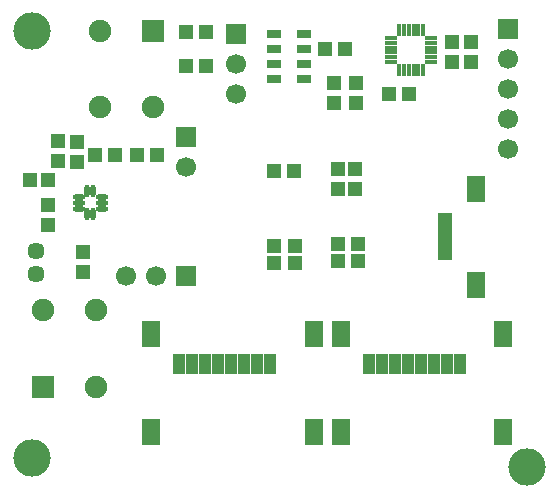
<source format=gbr>
%TF.GenerationSoftware,Novarm,DipTrace,3.3.0.1*%
%TF.CreationDate,2018-11-14T10:13:03-08:00*%
%FSLAX26Y26*%
%MOIN*%
%TF.FileFunction,Soldermask,Bot*%
%TF.Part,Single*%
%ADD47C,0.125*%
%ADD53R,0.059061X0.08662*%
%ADD55R,0.04725X0.019691*%
%ADD57C,0.057093*%
%ADD59R,0.045282X0.029534*%
%ADD61R,0.038431X0.017329*%
%ADD63R,0.017329X0.038431*%
%ADD65O,0.019691X0.041345*%
%ADD67O,0.041345X0.019691*%
%ADD75C,0.074809*%
%ADD77R,0.074809X0.074809*%
%ADD79R,0.045282X0.04725*%
%ADD83C,0.066935*%
%ADD85R,0.066935X0.066935*%
%ADD87R,0.064967X0.08662*%
%ADD89R,0.039376X0.066935*%
%ADD93R,0.051187X0.04725*%
%ADD95R,0.04725X0.051187*%
G75*
G01*
%LPD*%
D95*
X1605821Y1499792D3*
Y1432863D3*
X679172Y1590288D3*
Y1523359D3*
D93*
X1618319Y1193574D3*
X1551390D3*
X1337099Y1493543D3*
X1404028D3*
X1405842Y1243569D3*
X1338913D3*
X1405842Y1187325D3*
X1338913D3*
X1618319Y1249818D3*
X1551390D3*
D95*
X1549577Y1499792D3*
Y1432863D3*
X585700Y1313949D3*
Y1380878D3*
X616672Y1527789D3*
Y1594718D3*
X1930787Y1924747D3*
Y1857818D3*
X1993300Y1924756D3*
Y1857827D3*
D93*
X1787052Y1749766D3*
X1720123D3*
D95*
X1612070Y1787262D3*
Y1720333D3*
X1537078Y1787262D3*
Y1720333D3*
D93*
X1574574Y1899750D3*
X1507645D3*
D95*
X699700Y1157949D3*
Y1224878D3*
D89*
X1324949Y849949D3*
X1281642D3*
X1238335D3*
X1195028D3*
X1151721D3*
X1108414D3*
X1065107D3*
X1021800D3*
D87*
X1469634Y952312D3*
Y625540D3*
X928296Y952312D3*
Y625540D3*
D89*
X1956200Y849949D3*
X1912893D3*
X1869586D3*
X1826279D3*
X1782972D3*
X1739665D3*
X1696357D3*
X1653050D3*
D87*
X2100885Y952312D3*
Y625540D3*
X1559546Y952312D3*
Y625540D3*
D85*
X1043380Y1606031D3*
D83*
Y1506031D3*
D85*
X1043700Y1143700D3*
D83*
X943700D3*
X843700D3*
D85*
X1212112Y1949745D3*
D83*
Y1849745D3*
Y1749745D3*
D79*
X585700Y1463949D3*
X522708D3*
D93*
X879700Y1547949D3*
X946629D3*
X741672Y1546539D3*
X808602D3*
X1112123Y1955994D3*
X1045193D3*
X1112123Y1843506D3*
X1045193D3*
D77*
X933700Y1961949D3*
D75*
X756535D3*
Y1706044D3*
X933700D3*
D77*
X567700Y773949D3*
D75*
X744865D3*
Y1029855D3*
X567700D3*
D67*
X687167Y1368556D3*
Y1388241D3*
Y1407926D3*
D65*
X715514Y1426430D3*
X735199D3*
D67*
X763545Y1407926D3*
Y1388241D3*
Y1368556D3*
D65*
X735199Y1350052D3*
X715514D3*
D63*
X1818298Y1831007D3*
X1802550D3*
X1786802D3*
X1834046D3*
X1771054D3*
X1755306D3*
D61*
X1728613Y1857700D3*
Y1873448D3*
Y1889196D3*
Y1904944D3*
Y1920692D3*
Y1936440D3*
D63*
X1755306Y1963133D3*
X1771054D3*
X1786802D3*
X1802550D3*
X1818298D3*
X1834046D3*
D61*
X1860739Y1857700D3*
Y1873448D3*
Y1889196D3*
Y1904944D3*
Y1920692D3*
Y1936440D3*
D59*
X1437088Y1949745D3*
Y1851319D3*
Y1900532D3*
Y1802107D3*
X1337088Y1949745D3*
Y1900532D3*
Y1851319D3*
Y1802107D3*
D57*
X543432Y1149829D3*
Y1228569D3*
D85*
X2118700Y1968699D3*
D83*
Y1868699D3*
Y1768699D3*
Y1668699D3*
Y1568699D3*
D55*
X1905789Y1343558D3*
Y1323873D3*
Y1304188D3*
Y1284503D3*
Y1264818D3*
Y1245133D3*
Y1225448D3*
Y1205763D3*
D53*
X2012088Y1434109D3*
Y1115212D3*
D47*
X530934Y1962243D3*
Y537393D3*
X2180760Y506146D3*
M02*

</source>
